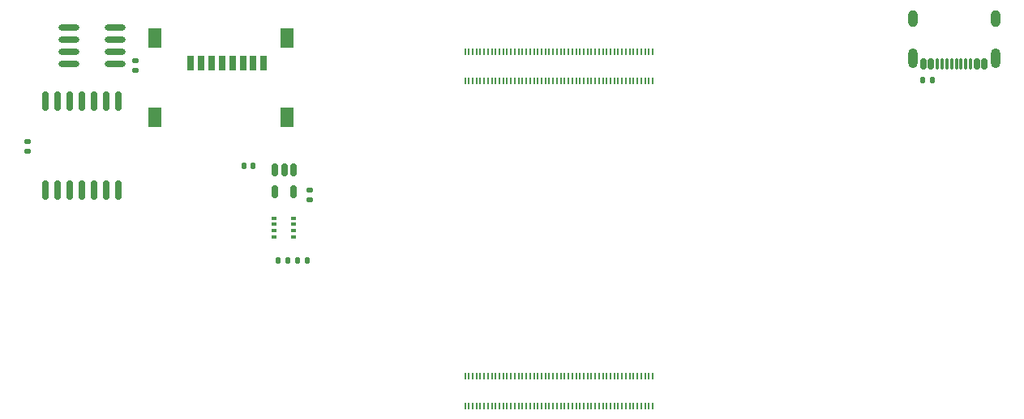
<source format=gbr>
%TF.GenerationSoftware,KiCad,Pcbnew,9.0.3*%
%TF.CreationDate,2025-11-10T23:22:15+01:00*%
%TF.ProjectId,AESS-PCB,41455353-2d50-4434-922e-6b696361645f,rev?*%
%TF.SameCoordinates,Original*%
%TF.FileFunction,Paste,Top*%
%TF.FilePolarity,Positive*%
%FSLAX46Y46*%
G04 Gerber Fmt 4.6, Leading zero omitted, Abs format (unit mm)*
G04 Created by KiCad (PCBNEW 9.0.3) date 2025-11-10 23:22:15*
%MOMM*%
%LPD*%
G01*
G04 APERTURE LIST*
G04 Aperture macros list*
%AMRoundRect*
0 Rectangle with rounded corners*
0 $1 Rounding radius*
0 $2 $3 $4 $5 $6 $7 $8 $9 X,Y pos of 4 corners*
0 Add a 4 corners polygon primitive as box body*
4,1,4,$2,$3,$4,$5,$6,$7,$8,$9,$2,$3,0*
0 Add four circle primitives for the rounded corners*
1,1,$1+$1,$2,$3*
1,1,$1+$1,$4,$5*
1,1,$1+$1,$6,$7*
1,1,$1+$1,$8,$9*
0 Add four rect primitives between the rounded corners*
20,1,$1+$1,$2,$3,$4,$5,0*
20,1,$1+$1,$4,$5,$6,$7,0*
20,1,$1+$1,$6,$7,$8,$9,0*
20,1,$1+$1,$8,$9,$2,$3,0*%
G04 Aperture macros list end*
%ADD10RoundRect,0.140000X-0.170000X0.140000X-0.170000X-0.140000X0.170000X-0.140000X0.170000X0.140000X0*%
%ADD11RoundRect,0.135000X0.135000X0.185000X-0.135000X0.185000X-0.135000X-0.185000X0.135000X-0.185000X0*%
%ADD12RoundRect,0.135000X-0.135000X-0.185000X0.135000X-0.185000X0.135000X0.185000X-0.135000X0.185000X0*%
%ADD13RoundRect,0.135000X0.185000X-0.135000X0.185000X0.135000X-0.185000X0.135000X-0.185000X-0.135000X0*%
%ADD14RoundRect,0.140000X0.170000X-0.140000X0.170000X0.140000X-0.170000X0.140000X-0.170000X-0.140000X0*%
%ADD15RoundRect,0.140000X0.140000X0.170000X-0.140000X0.170000X-0.140000X-0.170000X0.140000X-0.170000X0*%
%ADD16O,2.200001X0.599999*%
%ADD17O,1.000000X1.800000*%
%ADD18O,1.000000X2.100000*%
%ADD19RoundRect,0.150000X0.150000X0.425000X-0.150000X0.425000X-0.150000X-0.425000X0.150000X-0.425000X0*%
%ADD20RoundRect,0.075000X0.075000X0.500000X-0.075000X0.500000X-0.075000X-0.500000X0.075000X-0.500000X0*%
%ADD21R,0.500000X0.350000*%
%ADD22R,0.800000X1.500000*%
%ADD23R,1.450000X2.000000*%
%ADD24RoundRect,0.150000X-0.150000X0.512500X-0.150000X-0.512500X0.150000X-0.512500X0.150000X0.512500X0*%
%ADD25RoundRect,0.150000X0.150000X-0.875000X0.150000X0.875000X-0.150000X0.875000X-0.150000X-0.875000X0*%
%ADD26R,0.200000X0.700000*%
G04 APERTURE END LIST*
D10*
%TO.C,C2*%
X39300000Y-19570000D03*
X39300000Y-20530000D03*
%TD*%
D11*
%TO.C,R4*%
X57260000Y-40450000D03*
X56240000Y-40450000D03*
%TD*%
D12*
%TO.C,R3*%
X54240000Y-40450000D03*
X55260000Y-40450000D03*
%TD*%
D11*
%TO.C,R2*%
X122560000Y-21600000D03*
X121540000Y-21600000D03*
%TD*%
D13*
%TO.C,R1*%
X57500000Y-34060000D03*
X57500000Y-33040000D03*
%TD*%
D14*
%TO.C,C3*%
X28050000Y-28980000D03*
X28050000Y-28020000D03*
%TD*%
D15*
%TO.C,C1*%
X51630000Y-30550000D03*
X50670000Y-30550000D03*
%TD*%
D16*
%TO.C,U2*%
X37200000Y-16045000D03*
X37200000Y-17315000D03*
X37200000Y-18585000D03*
X37200000Y-19855000D03*
X32400000Y-19855000D03*
X32400000Y-18585000D03*
X32400000Y-17315000D03*
X32400000Y-16045000D03*
%TD*%
D17*
%TO.C,J2*%
X120490000Y-15120000D03*
D18*
X120490000Y-19300000D03*
D17*
X129130000Y-15120000D03*
D18*
X129130000Y-19300000D03*
D19*
X128010000Y-19875000D03*
X127210000Y-19875000D03*
D20*
X126560000Y-19875000D03*
X125560000Y-19875000D03*
X124060000Y-19875000D03*
X123060000Y-19875000D03*
D19*
X122410000Y-19875000D03*
X121610000Y-19875000D03*
X121610000Y-19875000D03*
X122410000Y-19875000D03*
D20*
X123560000Y-19875000D03*
X124560000Y-19875000D03*
X125060000Y-19875000D03*
X126060000Y-19875000D03*
D19*
X127210000Y-19875000D03*
X128010000Y-19875000D03*
%TD*%
D21*
%TO.C,U6*%
X53827500Y-36007500D03*
X53827500Y-36657500D03*
X53827500Y-37307500D03*
X53827500Y-37957500D03*
X55877500Y-37957500D03*
X55877500Y-37307500D03*
X55877500Y-36657500D03*
X55877500Y-36007500D03*
%TD*%
D22*
%TO.C,J1*%
X45050000Y-19802500D03*
X46150000Y-19802500D03*
X47250000Y-19802500D03*
X48350000Y-19802500D03*
X49450000Y-19802500D03*
X50550000Y-19802500D03*
X51650000Y-19802500D03*
X52750000Y-19802500D03*
D23*
X41375000Y-17202500D03*
X41375000Y-25502500D03*
X55125000Y-17202500D03*
X55125000Y-25502500D03*
%TD*%
D24*
%TO.C,U5*%
X55820000Y-33217500D03*
X53920000Y-33217500D03*
X53920000Y-30942500D03*
X54870000Y-30942500D03*
X55820000Y-30942500D03*
%TD*%
D25*
%TO.C,U3*%
X29940000Y-33050000D03*
X31210000Y-33050000D03*
X32480000Y-33050000D03*
X33750000Y-33050000D03*
X35020000Y-33050000D03*
X36290000Y-33050000D03*
X37560000Y-33050000D03*
X37560000Y-23750000D03*
X36290000Y-23750000D03*
X35020000Y-23750000D03*
X33750000Y-23750000D03*
X32480000Y-23750000D03*
X31210000Y-23750000D03*
X29940000Y-23750000D03*
%TD*%
D26*
%TO.C,U1*%
X93350000Y-18567500D03*
X93350000Y-21647500D03*
X92950000Y-18567500D03*
X92950000Y-21647500D03*
X92550000Y-18567500D03*
X92550000Y-21647500D03*
X92150000Y-18567500D03*
X92150000Y-21647500D03*
X91750000Y-18567500D03*
X91750000Y-21647500D03*
X91350000Y-18567500D03*
X91350000Y-21647500D03*
X90950000Y-18567500D03*
X90950000Y-21647500D03*
X90550000Y-18567500D03*
X90550000Y-21647500D03*
X90150000Y-18567500D03*
X90150000Y-21647500D03*
X89750000Y-18567500D03*
X89750000Y-21647500D03*
X89350000Y-18567500D03*
X89350000Y-21647500D03*
X88950000Y-18567500D03*
X88950000Y-21647500D03*
X88550000Y-18567500D03*
X88550000Y-21647500D03*
X88150000Y-18567500D03*
X88150000Y-21647500D03*
X87750000Y-18567500D03*
X87750000Y-21647500D03*
X87350000Y-18567500D03*
X87350000Y-21647500D03*
X86950000Y-18567500D03*
X86950000Y-21647500D03*
X86550000Y-18567500D03*
X86550000Y-21647500D03*
X86150000Y-18567500D03*
X86150000Y-21647500D03*
X85750000Y-18567500D03*
X85750000Y-21647500D03*
X85350000Y-18567500D03*
X85350000Y-21647500D03*
X84950000Y-18567500D03*
X84950000Y-21647500D03*
X84550000Y-18567500D03*
X84550000Y-21647500D03*
X84150000Y-18567500D03*
X84150000Y-21647500D03*
X83750000Y-18567500D03*
X83750000Y-21647500D03*
X83350000Y-18567500D03*
X83350000Y-21647500D03*
X82950000Y-18567500D03*
X82950000Y-21647500D03*
X82550000Y-18567500D03*
X82550000Y-21647500D03*
X82150000Y-18567500D03*
X82150000Y-21647500D03*
X81750000Y-18567500D03*
X81750000Y-21647500D03*
X81350000Y-18567500D03*
X81350000Y-21647500D03*
X80950000Y-18567500D03*
X80950000Y-21647500D03*
X80550000Y-18567500D03*
X80550000Y-21647500D03*
X80150000Y-18567500D03*
X80150000Y-21647500D03*
X79750000Y-18567500D03*
X79750000Y-21647500D03*
X79350000Y-18567500D03*
X79350000Y-21647500D03*
X78950000Y-18567500D03*
X78950000Y-21647500D03*
X78550000Y-18567500D03*
X78550000Y-21647500D03*
X78150000Y-18567500D03*
X78150000Y-21647500D03*
X77750000Y-18567500D03*
X77750000Y-21647500D03*
X77350000Y-18567500D03*
X77350000Y-21647500D03*
X76950000Y-18567500D03*
X76950000Y-21647500D03*
X76550000Y-18567500D03*
X76550000Y-21647500D03*
X76150000Y-18567500D03*
X76150000Y-21647500D03*
X75750000Y-18567500D03*
X75750000Y-21647500D03*
X75350000Y-18567500D03*
X75350000Y-21647500D03*
X74950000Y-18567500D03*
X74950000Y-21647500D03*
X74550000Y-18567500D03*
X74550000Y-21647500D03*
X74150000Y-18567500D03*
X74150000Y-21647500D03*
X73750000Y-18567500D03*
X73750000Y-21647500D03*
X93350000Y-52567500D03*
X93350000Y-55647500D03*
X92950000Y-52567500D03*
X92950000Y-55647500D03*
X92550000Y-52567500D03*
X92550000Y-55647500D03*
X92150000Y-52567500D03*
X92150000Y-55647500D03*
X91750000Y-52567500D03*
X91750000Y-55647500D03*
X91350000Y-52567500D03*
X91350000Y-55647500D03*
X90950000Y-52567500D03*
X90950000Y-55647500D03*
X90550000Y-52567500D03*
X90550000Y-55647500D03*
X90150000Y-52567500D03*
X90150000Y-55647500D03*
X89750000Y-52567500D03*
X89750000Y-55647500D03*
X89350000Y-52567500D03*
X89350000Y-55647500D03*
X88950000Y-52567500D03*
X88950000Y-55647500D03*
X88550000Y-52567500D03*
X88550000Y-55647500D03*
X88150000Y-52567500D03*
X88150000Y-55647500D03*
X87750000Y-52567500D03*
X87750000Y-55647500D03*
X87350000Y-52567500D03*
X87350000Y-55647500D03*
X86950000Y-52567500D03*
X86950000Y-55647500D03*
X86550000Y-52567500D03*
X86550000Y-55647500D03*
X86150000Y-52567500D03*
X86150000Y-55647500D03*
X85750000Y-52567500D03*
X85750000Y-55647500D03*
X85350000Y-52567500D03*
X85350000Y-55647500D03*
X84950000Y-52567500D03*
X84950000Y-55647500D03*
X84550000Y-52567500D03*
X84550000Y-55647500D03*
X84150000Y-52567500D03*
X84150000Y-55647500D03*
X83750000Y-52567500D03*
X83750000Y-55647500D03*
X83350000Y-52567500D03*
X83350000Y-55647500D03*
X82950000Y-52567500D03*
X82950000Y-55647500D03*
X82550000Y-52567500D03*
X82550000Y-55647500D03*
X82150000Y-52567500D03*
X82150000Y-55647500D03*
X81750000Y-52567500D03*
X81750000Y-55647500D03*
X81350000Y-52567500D03*
X81350000Y-55647500D03*
X80950000Y-52567500D03*
X80950000Y-55647500D03*
X80550000Y-52567500D03*
X80550000Y-55647500D03*
X80150000Y-52567500D03*
X80150000Y-55647500D03*
X79750000Y-52567500D03*
X79750000Y-55647500D03*
X79350000Y-52567500D03*
X79350000Y-55647500D03*
X78950000Y-52567500D03*
X78950000Y-55647500D03*
X78550000Y-52567500D03*
X78550000Y-55647500D03*
X78150000Y-52567500D03*
X78150000Y-55647500D03*
X77750000Y-52567500D03*
X77750000Y-55647500D03*
X77350000Y-52567500D03*
X77350000Y-55647500D03*
X76950000Y-52567500D03*
X76950000Y-55647500D03*
X76550000Y-52567500D03*
X76550000Y-55647500D03*
X76150000Y-52567500D03*
X76150000Y-55647500D03*
X75750000Y-52567500D03*
X75750000Y-55647500D03*
X75350000Y-52567500D03*
X75350000Y-55647500D03*
X74950000Y-52567500D03*
X74950000Y-55647500D03*
X74550000Y-52567500D03*
X74550000Y-55647500D03*
X74150000Y-52567500D03*
X74150000Y-55647500D03*
X73750000Y-52567500D03*
X73750000Y-55647500D03*
%TD*%
M02*

</source>
